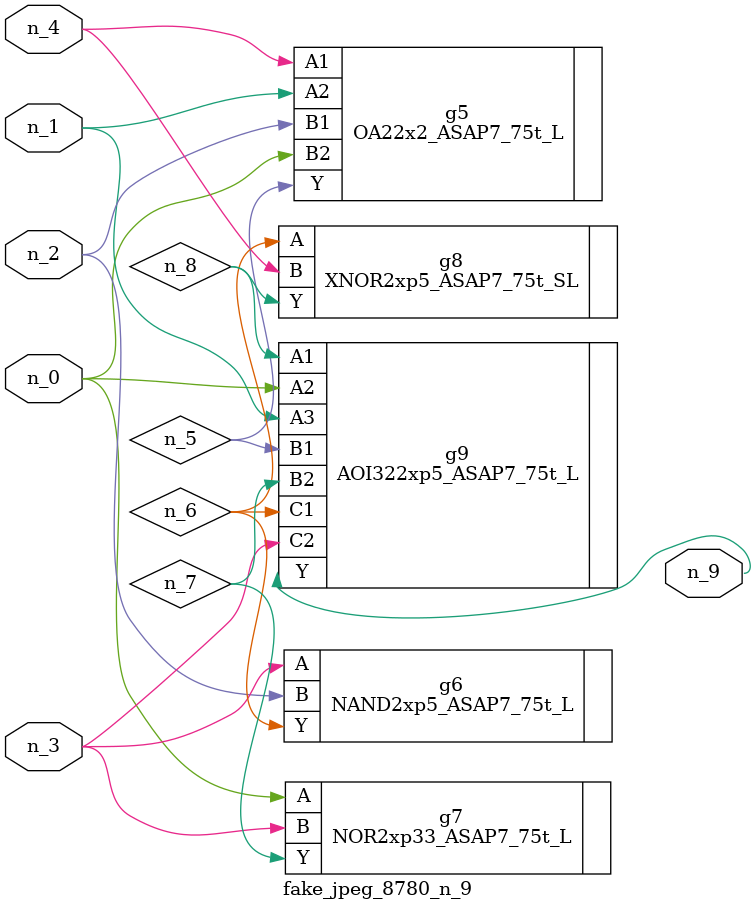
<source format=v>
module fake_jpeg_8780_n_9 (n_3, n_2, n_1, n_0, n_4, n_9);

input n_3;
input n_2;
input n_1;
input n_0;
input n_4;

output n_9;

wire n_8;
wire n_6;
wire n_5;
wire n_7;

OA22x2_ASAP7_75t_L g5 ( 
.A1(n_4),
.A2(n_1),
.B1(n_2),
.B2(n_0),
.Y(n_5)
);

NAND2xp5_ASAP7_75t_L g6 ( 
.A(n_3),
.B(n_2),
.Y(n_6)
);

NOR2xp33_ASAP7_75t_L g7 ( 
.A(n_0),
.B(n_3),
.Y(n_7)
);

XNOR2xp5_ASAP7_75t_SL g8 ( 
.A(n_6),
.B(n_4),
.Y(n_8)
);

AOI322xp5_ASAP7_75t_L g9 ( 
.A1(n_8),
.A2(n_0),
.A3(n_1),
.B1(n_5),
.B2(n_7),
.C1(n_6),
.C2(n_3),
.Y(n_9)
);


endmodule
</source>
